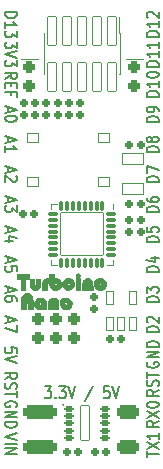
<source format=gbr>
%TF.GenerationSoftware,KiCad,Pcbnew,(6.0.4)*%
%TF.CreationDate,2022-05-03T13:29:38+02:00*%
%TF.ProjectId,nano_samc21e,6e616e6f-5f73-4616-9d63-3231652e6b69,rev?*%
%TF.SameCoordinates,Original*%
%TF.FileFunction,Legend,Top*%
%TF.FilePolarity,Positive*%
%FSLAX46Y46*%
G04 Gerber Fmt 4.6, Leading zero omitted, Abs format (unit mm)*
G04 Created by KiCad (PCBNEW (6.0.4)) date 2022-05-03 13:29:38*
%MOMM*%
%LPD*%
G01*
G04 APERTURE LIST*
G04 Aperture macros list*
%AMRoundRect*
0 Rectangle with rounded corners*
0 $1 Rounding radius*
0 $2 $3 $4 $5 $6 $7 $8 $9 X,Y pos of 4 corners*
0 Add a 4 corners polygon primitive as box body*
4,1,4,$2,$3,$4,$5,$6,$7,$8,$9,$2,$3,0*
0 Add four circle primitives for the rounded corners*
1,1,$1+$1,$2,$3*
1,1,$1+$1,$4,$5*
1,1,$1+$1,$6,$7*
1,1,$1+$1,$8,$9*
0 Add four rect primitives between the rounded corners*
20,1,$1+$1,$2,$3,$4,$5,0*
20,1,$1+$1,$4,$5,$6,$7,0*
20,1,$1+$1,$6,$7,$8,$9,0*
20,1,$1+$1,$8,$9,$2,$3,0*%
G04 Aperture macros list end*
%ADD10C,0.153000*%
%ADD11C,0.120000*%
%ADD12C,0.010000*%
%ADD13RoundRect,0.112500X-0.062500X0.337500X-0.062500X-0.337500X0.062500X-0.337500X0.062500X0.337500X0*%
%ADD14RoundRect,0.112500X-0.337500X0.062500X-0.337500X-0.062500X0.337500X-0.062500X0.337500X0.062500X0*%
%ADD15RoundRect,0.050000X-1.800000X1.800000X-1.800000X-1.800000X1.800000X-1.800000X1.800000X1.800000X0*%
%ADD16RoundRect,0.050000X-0.370000X1.200000X-0.370000X-1.200000X0.370000X-1.200000X0.370000X1.200000X0*%
%ADD17RoundRect,0.300000X0.650000X-0.325000X0.650000X0.325000X-0.650000X0.325000X-0.650000X-0.325000X0*%
%ADD18RoundRect,0.300000X1.100000X-0.325000X1.100000X0.325000X-1.100000X0.325000X-1.100000X-0.325000X0*%
%ADD19RoundRect,0.190000X0.170000X-0.140000X0.170000X0.140000X-0.170000X0.140000X-0.170000X-0.140000X0*%
%ADD20RoundRect,0.190000X0.140000X0.170000X-0.140000X0.170000X-0.140000X-0.170000X0.140000X-0.170000X0*%
%ADD21RoundRect,0.162500X-0.287500X-0.112500X0.287500X-0.112500X0.287500X0.112500X-0.287500X0.112500X0*%
%ADD22RoundRect,0.050000X-0.350000X-1.450000X0.350000X-1.450000X0.350000X1.450000X-0.350000X1.450000X0*%
%ADD23RoundRect,0.275000X-0.250000X0.225000X-0.250000X-0.225000X0.250000X-0.225000X0.250000X0.225000X0*%
%ADD24RoundRect,0.190000X-0.140000X-0.170000X0.140000X-0.170000X0.140000X0.170000X-0.140000X0.170000X0*%
%ADD25RoundRect,0.050000X-0.900000X0.500000X-0.900000X-0.500000X0.900000X-0.500000X0.900000X0.500000X0*%
%ADD26C,1.800000*%
%ADD27O,1.800000X1.800000*%
%ADD28C,1.900000*%
%ADD29RoundRect,0.050000X0.325000X-0.530000X0.325000X0.530000X-0.325000X0.530000X-0.325000X-0.530000X0*%
%ADD30RoundRect,0.268750X-0.256250X0.218750X-0.256250X-0.218750X0.256250X-0.218750X0.256250X0.218750X0*%
%ADD31RoundRect,0.190000X-0.170000X0.140000X-0.170000X-0.140000X0.170000X-0.140000X0.170000X0.140000X0*%
%ADD32C,1.448000*%
%ADD33RoundRect,0.275000X0.250000X-0.225000X0.250000X0.225000X-0.250000X0.225000X-0.250000X-0.225000X0*%
%ADD34RoundRect,0.050000X0.500000X0.375000X-0.500000X0.375000X-0.500000X-0.375000X0.500000X-0.375000X0*%
G04 APERTURE END LIST*
D10*
X21133333Y-47113580D02*
X21659523Y-47113580D01*
X21376190Y-47494533D01*
X21497619Y-47494533D01*
X21578571Y-47542152D01*
X21619047Y-47589771D01*
X21659523Y-47685009D01*
X21659523Y-47923104D01*
X21619047Y-48018342D01*
X21578571Y-48065961D01*
X21497619Y-48113580D01*
X21254761Y-48113580D01*
X21173809Y-48065961D01*
X21133333Y-48018342D01*
X22023809Y-48018342D02*
X22064285Y-48065961D01*
X22023809Y-48113580D01*
X21983333Y-48065961D01*
X22023809Y-48018342D01*
X22023809Y-48113580D01*
X22347619Y-47113580D02*
X22873809Y-47113580D01*
X22590476Y-47494533D01*
X22711904Y-47494533D01*
X22792857Y-47542152D01*
X22833333Y-47589771D01*
X22873809Y-47685009D01*
X22873809Y-47923104D01*
X22833333Y-48018342D01*
X22792857Y-48065961D01*
X22711904Y-48113580D01*
X22469047Y-48113580D01*
X22388095Y-48065961D01*
X22347619Y-48018342D01*
X23116666Y-47113580D02*
X23400000Y-48113580D01*
X23683333Y-47113580D01*
X25221428Y-47065961D02*
X24492857Y-48351676D01*
X26557142Y-47113580D02*
X26152380Y-47113580D01*
X26111904Y-47589771D01*
X26152380Y-47542152D01*
X26233333Y-47494533D01*
X26435714Y-47494533D01*
X26516666Y-47542152D01*
X26557142Y-47589771D01*
X26597619Y-47685009D01*
X26597619Y-47923104D01*
X26557142Y-48018342D01*
X26516666Y-48065961D01*
X26435714Y-48113580D01*
X26233333Y-48113580D01*
X26152380Y-48065961D01*
X26111904Y-48018342D01*
X26840476Y-47113580D02*
X27123809Y-48113580D01*
X27407142Y-47113580D01*
%TO.C,J2*%
X17731280Y-46484523D02*
X18207470Y-46201190D01*
X17731280Y-45998809D02*
X18731280Y-45998809D01*
X18731280Y-46322619D01*
X18683661Y-46403571D01*
X18636041Y-46444047D01*
X18540803Y-46484523D01*
X18397946Y-46484523D01*
X18302708Y-46444047D01*
X18255089Y-46403571D01*
X18207470Y-46322619D01*
X18207470Y-45998809D01*
X17778899Y-46808333D02*
X17731280Y-46929761D01*
X17731280Y-47132142D01*
X17778899Y-47213095D01*
X17826518Y-47253571D01*
X17921756Y-47294047D01*
X18016994Y-47294047D01*
X18112232Y-47253571D01*
X18159851Y-47213095D01*
X18207470Y-47132142D01*
X18255089Y-46970238D01*
X18302708Y-46889285D01*
X18350327Y-46848809D01*
X18445565Y-46808333D01*
X18540803Y-46808333D01*
X18636041Y-46848809D01*
X18683661Y-46889285D01*
X18731280Y-46970238D01*
X18731280Y-47172619D01*
X18683661Y-47294047D01*
X18731280Y-47536904D02*
X18731280Y-48022619D01*
X17731280Y-47779761D02*
X18731280Y-47779761D01*
X30752707Y-34877380D02*
X29752707Y-34877380D01*
X29752707Y-34675000D01*
X29800327Y-34553571D01*
X29895565Y-34472619D01*
X29990803Y-34432142D01*
X30181279Y-34391666D01*
X30324136Y-34391666D01*
X30514612Y-34432142D01*
X30609850Y-34472619D01*
X30705088Y-34553571D01*
X30752707Y-34675000D01*
X30752707Y-34877380D01*
X29752707Y-33622619D02*
X29752707Y-34027380D01*
X30228898Y-34067857D01*
X30181279Y-34027380D01*
X30133660Y-33946428D01*
X30133660Y-33744047D01*
X30181279Y-33663095D01*
X30228898Y-33622619D01*
X30324136Y-33582142D01*
X30562231Y-33582142D01*
X30657469Y-33622619D01*
X30705088Y-33663095D01*
X30752707Y-33744047D01*
X30752707Y-33946428D01*
X30705088Y-34027380D01*
X30657469Y-34067857D01*
X18033333Y-41262857D02*
X18033333Y-41667619D01*
X17747619Y-41181904D02*
X18747619Y-41465238D01*
X17747619Y-41748571D01*
X18747619Y-41950952D02*
X18747619Y-42517619D01*
X17747619Y-42153333D01*
X30752380Y-39957380D02*
X29752380Y-39957380D01*
X29752380Y-39755000D01*
X29800000Y-39633571D01*
X29895238Y-39552619D01*
X29990476Y-39512142D01*
X30180952Y-39471666D01*
X30323809Y-39471666D01*
X30514285Y-39512142D01*
X30609523Y-39552619D01*
X30704761Y-39633571D01*
X30752380Y-39755000D01*
X30752380Y-39957380D01*
X29752380Y-39188333D02*
X29752380Y-38662142D01*
X30133333Y-38945476D01*
X30133333Y-38824047D01*
X30180952Y-38743095D01*
X30228571Y-38702619D01*
X30323809Y-38662142D01*
X30561904Y-38662142D01*
X30657142Y-38702619D01*
X30704761Y-38743095D01*
X30752380Y-38824047D01*
X30752380Y-39066904D01*
X30704761Y-39147857D01*
X30657142Y-39188333D01*
X18747619Y-51099047D02*
X17747619Y-51382380D01*
X18747619Y-51665714D01*
X17747619Y-51949047D02*
X18747619Y-51949047D01*
X17747619Y-52353809D02*
X18747619Y-52353809D01*
X17747619Y-52839523D01*
X18747619Y-52839523D01*
X18731280Y-44248095D02*
X18731280Y-43843333D01*
X18255089Y-43802857D01*
X18302708Y-43843333D01*
X18350327Y-43924285D01*
X18350327Y-44126666D01*
X18302708Y-44207619D01*
X18255089Y-44248095D01*
X18159851Y-44288571D01*
X17921756Y-44288571D01*
X17826518Y-44248095D01*
X17778899Y-44207619D01*
X17731280Y-44126666D01*
X17731280Y-43924285D01*
X17778899Y-43843333D01*
X17826518Y-43802857D01*
X18731280Y-44531428D02*
X17731280Y-44814761D01*
X18731280Y-45098095D01*
X30752380Y-47415476D02*
X30276190Y-47698809D01*
X30752380Y-47901190D02*
X29752380Y-47901190D01*
X29752380Y-47577380D01*
X29800000Y-47496428D01*
X29847619Y-47455952D01*
X29942857Y-47415476D01*
X30085714Y-47415476D01*
X30180952Y-47455952D01*
X30228571Y-47496428D01*
X30276190Y-47577380D01*
X30276190Y-47901190D01*
X30704761Y-47091666D02*
X30752380Y-46970238D01*
X30752380Y-46767857D01*
X30704761Y-46686904D01*
X30657142Y-46646428D01*
X30561904Y-46605952D01*
X30466666Y-46605952D01*
X30371428Y-46646428D01*
X30323809Y-46686904D01*
X30276190Y-46767857D01*
X30228571Y-46929761D01*
X30180952Y-47010714D01*
X30133333Y-47051190D01*
X30038095Y-47091666D01*
X29942857Y-47091666D01*
X29847619Y-47051190D01*
X29800000Y-47010714D01*
X29752380Y-46929761D01*
X29752380Y-46727380D01*
X29800000Y-46605952D01*
X29752380Y-46363095D02*
X29752380Y-45877380D01*
X30752380Y-46120238D02*
X29752380Y-46120238D01*
X18033333Y-38722857D02*
X18033333Y-39127619D01*
X17747619Y-38641904D02*
X18747619Y-38925238D01*
X17747619Y-39208571D01*
X18747619Y-39856190D02*
X18747619Y-39694285D01*
X18700000Y-39613333D01*
X18652380Y-39572857D01*
X18509523Y-39491904D01*
X18319047Y-39451428D01*
X17938095Y-39451428D01*
X17842857Y-39491904D01*
X17795238Y-39532380D01*
X17747619Y-39613333D01*
X17747619Y-39775238D01*
X17795238Y-39856190D01*
X17842857Y-39896666D01*
X17938095Y-39937142D01*
X18176190Y-39937142D01*
X18271428Y-39896666D01*
X18319047Y-39856190D01*
X18366666Y-39775238D01*
X18366666Y-39613333D01*
X18319047Y-39532380D01*
X18271428Y-39491904D01*
X18176190Y-39451428D01*
X30752707Y-24717380D02*
X29752707Y-24717380D01*
X29752707Y-24515000D01*
X29800327Y-24393571D01*
X29895565Y-24312619D01*
X29990803Y-24272142D01*
X30181279Y-24231666D01*
X30324136Y-24231666D01*
X30514612Y-24272142D01*
X30609850Y-24312619D01*
X30705088Y-24393571D01*
X30752707Y-24515000D01*
X30752707Y-24717380D01*
X30752707Y-23826904D02*
X30752707Y-23665000D01*
X30705088Y-23584047D01*
X30657469Y-23543571D01*
X30514612Y-23462619D01*
X30324136Y-23422142D01*
X29943184Y-23422142D01*
X29847946Y-23462619D01*
X29800327Y-23503095D01*
X29752707Y-23584047D01*
X29752707Y-23745952D01*
X29800327Y-23826904D01*
X29847946Y-23867380D01*
X29943184Y-23907857D01*
X30181279Y-23907857D01*
X30276517Y-23867380D01*
X30324136Y-23826904D01*
X30371755Y-23745952D01*
X30371755Y-23584047D01*
X30324136Y-23503095D01*
X30276517Y-23462619D01*
X30181279Y-23422142D01*
X30752707Y-42497380D02*
X29752707Y-42497380D01*
X29752707Y-42295000D01*
X29800327Y-42173571D01*
X29895565Y-42092619D01*
X29990803Y-42052142D01*
X30181279Y-42011666D01*
X30324136Y-42011666D01*
X30514612Y-42052142D01*
X30609850Y-42092619D01*
X30705088Y-42173571D01*
X30752707Y-42295000D01*
X30752707Y-42497380D01*
X29847946Y-41687857D02*
X29800327Y-41647380D01*
X29752707Y-41566428D01*
X29752707Y-41364047D01*
X29800327Y-41283095D01*
X29847946Y-41242619D01*
X29943184Y-41202142D01*
X30038422Y-41202142D01*
X30181279Y-41242619D01*
X30752707Y-41728333D01*
X30752707Y-41202142D01*
X30752707Y-50036428D02*
X30276517Y-50319761D01*
X30752707Y-50522142D02*
X29752707Y-50522142D01*
X29752707Y-50198333D01*
X29800327Y-50117380D01*
X29847946Y-50076904D01*
X29943184Y-50036428D01*
X30086041Y-50036428D01*
X30181279Y-50076904D01*
X30228898Y-50117380D01*
X30276517Y-50198333D01*
X30276517Y-50522142D01*
X29752707Y-49753095D02*
X30752707Y-49186428D01*
X29752707Y-49186428D02*
X30752707Y-49753095D01*
X29752707Y-48700714D02*
X29752707Y-48619761D01*
X29800327Y-48538809D01*
X29847946Y-48498333D01*
X29943184Y-48457857D01*
X30133660Y-48417380D01*
X30371755Y-48417380D01*
X30562231Y-48457857D01*
X30657469Y-48498333D01*
X30705088Y-48538809D01*
X30752707Y-48619761D01*
X30752707Y-48700714D01*
X30705088Y-48781666D01*
X30657469Y-48822142D01*
X30562231Y-48862619D01*
X30371755Y-48903095D01*
X30133660Y-48903095D01*
X29943184Y-48862619D01*
X29847946Y-48822142D01*
X29800327Y-48781666D01*
X29752707Y-48700714D01*
X30752380Y-37417380D02*
X29752380Y-37417380D01*
X29752380Y-37215000D01*
X29800000Y-37093571D01*
X29895238Y-37012619D01*
X29990476Y-36972142D01*
X30180952Y-36931666D01*
X30323809Y-36931666D01*
X30514285Y-36972142D01*
X30609523Y-37012619D01*
X30704761Y-37093571D01*
X30752380Y-37215000D01*
X30752380Y-37417380D01*
X30085714Y-36203095D02*
X30752380Y-36203095D01*
X29704761Y-36405476D02*
X30419047Y-36607857D01*
X30419047Y-36081666D01*
X18033333Y-33642857D02*
X18033333Y-34047619D01*
X17747619Y-33561904D02*
X18747619Y-33845238D01*
X17747619Y-34128571D01*
X18414285Y-34776190D02*
X17747619Y-34776190D01*
X18795238Y-34573809D02*
X18080952Y-34371428D01*
X18080952Y-34897619D01*
X18033333Y-26022857D02*
X18033333Y-26427619D01*
X17747619Y-25941904D02*
X18747619Y-26225238D01*
X17747619Y-26508571D01*
X17747619Y-27237142D02*
X17747619Y-26751428D01*
X17747619Y-26994285D02*
X18747619Y-26994285D01*
X18604761Y-26913333D01*
X18509523Y-26832380D01*
X18461904Y-26751428D01*
X30752707Y-32337380D02*
X29752707Y-32337380D01*
X29752707Y-32135000D01*
X29800327Y-32013571D01*
X29895565Y-31932619D01*
X29990803Y-31892142D01*
X30181279Y-31851666D01*
X30324136Y-31851666D01*
X30514612Y-31892142D01*
X30609850Y-31932619D01*
X30705088Y-32013571D01*
X30752707Y-32135000D01*
X30752707Y-32337380D01*
X29752707Y-31123095D02*
X29752707Y-31285000D01*
X29800327Y-31365952D01*
X29847946Y-31406428D01*
X29990803Y-31487380D01*
X30181279Y-31527857D01*
X30562231Y-31527857D01*
X30657469Y-31487380D01*
X30705088Y-31446904D01*
X30752707Y-31365952D01*
X30752707Y-31204047D01*
X30705088Y-31123095D01*
X30657469Y-31082619D01*
X30562231Y-31042142D01*
X30324136Y-31042142D01*
X30228898Y-31082619D01*
X30181279Y-31123095D01*
X30133660Y-31204047D01*
X30133660Y-31365952D01*
X30181279Y-31446904D01*
X30228898Y-31487380D01*
X30324136Y-31527857D01*
X18033333Y-28562857D02*
X18033333Y-28967619D01*
X17747619Y-28481904D02*
X18747619Y-28765238D01*
X17747619Y-29048571D01*
X18652380Y-29291428D02*
X18700000Y-29331904D01*
X18747619Y-29412857D01*
X18747619Y-29615238D01*
X18700000Y-29696190D01*
X18652380Y-29736666D01*
X18557142Y-29777142D01*
X18461904Y-29777142D01*
X18319047Y-29736666D01*
X17747619Y-29250952D01*
X17747619Y-29777142D01*
X17747619Y-21064285D02*
X18223809Y-20780952D01*
X17747619Y-20578571D02*
X18747619Y-20578571D01*
X18747619Y-20902380D01*
X18700000Y-20983333D01*
X18652380Y-21023809D01*
X18557142Y-21064285D01*
X18414285Y-21064285D01*
X18319047Y-21023809D01*
X18271428Y-20983333D01*
X18223809Y-20902380D01*
X18223809Y-20578571D01*
X18271428Y-21428571D02*
X18271428Y-21711904D01*
X17747619Y-21833333D02*
X17747619Y-21428571D01*
X18747619Y-21428571D01*
X18747619Y-21833333D01*
X18271428Y-22480952D02*
X18271428Y-22197619D01*
X17747619Y-22197619D02*
X18747619Y-22197619D01*
X18747619Y-22602380D01*
X18033333Y-31102857D02*
X18033333Y-31507619D01*
X17747619Y-31021904D02*
X18747619Y-31305238D01*
X17747619Y-31588571D01*
X18747619Y-31790952D02*
X18747619Y-32317142D01*
X18366666Y-32033809D01*
X18366666Y-32155238D01*
X18319047Y-32236190D01*
X18271428Y-32276666D01*
X18176190Y-32317142D01*
X17938095Y-32317142D01*
X17842857Y-32276666D01*
X17795238Y-32236190D01*
X17747619Y-32155238D01*
X17747619Y-31912380D01*
X17795238Y-31831428D01*
X17842857Y-31790952D01*
X18699999Y-48842380D02*
X18747618Y-48761428D01*
X18747618Y-48640000D01*
X18699999Y-48518571D01*
X18604760Y-48437619D01*
X18509522Y-48397142D01*
X18319046Y-48356666D01*
X18176189Y-48356666D01*
X17985713Y-48397142D01*
X17890475Y-48437619D01*
X17795237Y-48518571D01*
X17747618Y-48640000D01*
X17747618Y-48720952D01*
X17795237Y-48842380D01*
X17842856Y-48882857D01*
X18176189Y-48882857D01*
X18176189Y-48720952D01*
X17747618Y-49247142D02*
X18747618Y-49247142D01*
X17747618Y-49732857D01*
X18747618Y-49732857D01*
X17747618Y-50137619D02*
X18747618Y-50137619D01*
X18747618Y-50340000D01*
X18699999Y-50461428D01*
X18604760Y-50542380D01*
X18509522Y-50582857D01*
X18319046Y-50623333D01*
X18176189Y-50623333D01*
X17985713Y-50582857D01*
X17890475Y-50542380D01*
X17795237Y-50461428D01*
X17747618Y-50340000D01*
X17747618Y-50137619D01*
X18747619Y-17957619D02*
X18747619Y-18483809D01*
X18366666Y-18200476D01*
X18366666Y-18321904D01*
X18319047Y-18402857D01*
X18271428Y-18443333D01*
X18176190Y-18483809D01*
X17938095Y-18483809D01*
X17842857Y-18443333D01*
X17795238Y-18402857D01*
X17747619Y-18321904D01*
X17747619Y-18079047D01*
X17795238Y-17998095D01*
X17842857Y-17957619D01*
X18747619Y-18726666D02*
X17747619Y-19010000D01*
X18747619Y-19293333D01*
X18747619Y-19495714D02*
X18747619Y-20021904D01*
X18366666Y-19738571D01*
X18366666Y-19860000D01*
X18319047Y-19940952D01*
X18271428Y-19981428D01*
X18176190Y-20021904D01*
X17938095Y-20021904D01*
X17842857Y-19981428D01*
X17795238Y-19940952D01*
X17747619Y-19860000D01*
X17747619Y-19617142D01*
X17795238Y-19536190D01*
X17842857Y-19495714D01*
X30752707Y-17502142D02*
X29752707Y-17502142D01*
X29752707Y-17299761D01*
X29800327Y-17178333D01*
X29895565Y-17097380D01*
X29990803Y-17056904D01*
X30181279Y-17016428D01*
X30324136Y-17016428D01*
X30514612Y-17056904D01*
X30609850Y-17097380D01*
X30705088Y-17178333D01*
X30752707Y-17299761D01*
X30752707Y-17502142D01*
X30752707Y-16206904D02*
X30752707Y-16692619D01*
X30752707Y-16449761D02*
X29752707Y-16449761D01*
X29895565Y-16530714D01*
X29990803Y-16611666D01*
X30038422Y-16692619D01*
X29847946Y-15883095D02*
X29800327Y-15842619D01*
X29752707Y-15761666D01*
X29752707Y-15559285D01*
X29800327Y-15478333D01*
X29847946Y-15437857D01*
X29943184Y-15397380D01*
X30038422Y-15397380D01*
X30181279Y-15437857D01*
X30752707Y-15923571D01*
X30752707Y-15397380D01*
X30752707Y-29797380D02*
X29752707Y-29797380D01*
X29752707Y-29595000D01*
X29800327Y-29473571D01*
X29895565Y-29392619D01*
X29990803Y-29352142D01*
X30181279Y-29311666D01*
X30324136Y-29311666D01*
X30514612Y-29352142D01*
X30609850Y-29392619D01*
X30705088Y-29473571D01*
X30752707Y-29595000D01*
X30752707Y-29797380D01*
X29752707Y-29028333D02*
X29752707Y-28461666D01*
X30752707Y-28825952D01*
X18033333Y-36182857D02*
X18033333Y-36587619D01*
X17747619Y-36101904D02*
X18747619Y-36385238D01*
X17747619Y-36668571D01*
X18747619Y-37356666D02*
X18747619Y-36951904D01*
X18271428Y-36911428D01*
X18319047Y-36951904D01*
X18366666Y-37032857D01*
X18366666Y-37235238D01*
X18319047Y-37316190D01*
X18271428Y-37356666D01*
X18176190Y-37397142D01*
X17938095Y-37397142D01*
X17842857Y-37356666D01*
X17795238Y-37316190D01*
X17747619Y-37235238D01*
X17747619Y-37032857D01*
X17795238Y-36951904D01*
X17842857Y-36911428D01*
X29752707Y-53082380D02*
X29752707Y-52596666D01*
X30752707Y-52839523D02*
X29752707Y-52839523D01*
X29752707Y-52394285D02*
X30752707Y-51827619D01*
X29752707Y-51827619D02*
X30752707Y-52394285D01*
X30752707Y-51058571D02*
X30752707Y-51544285D01*
X30752707Y-51301428D02*
X29752707Y-51301428D01*
X29895565Y-51382380D01*
X29990803Y-51463333D01*
X30038422Y-51544285D01*
X30752707Y-22582142D02*
X29752707Y-22582142D01*
X29752707Y-22379761D01*
X29800327Y-22258333D01*
X29895565Y-22177380D01*
X29990803Y-22136904D01*
X30181279Y-22096428D01*
X30324136Y-22096428D01*
X30514612Y-22136904D01*
X30609850Y-22177380D01*
X30705088Y-22258333D01*
X30752707Y-22379761D01*
X30752707Y-22582142D01*
X30752707Y-21286904D02*
X30752707Y-21772619D01*
X30752707Y-21529761D02*
X29752707Y-21529761D01*
X29895565Y-21610714D01*
X29990803Y-21691666D01*
X30038422Y-21772619D01*
X29752707Y-20760714D02*
X29752707Y-20679761D01*
X29800327Y-20598809D01*
X29847946Y-20558333D01*
X29943184Y-20517857D01*
X30133660Y-20477380D01*
X30371755Y-20477380D01*
X30562231Y-20517857D01*
X30657469Y-20558333D01*
X30705088Y-20598809D01*
X30752707Y-20679761D01*
X30752707Y-20760714D01*
X30705088Y-20841666D01*
X30657469Y-20882142D01*
X30562231Y-20922619D01*
X30371755Y-20963095D01*
X30133660Y-20963095D01*
X29943184Y-20922619D01*
X29847946Y-20882142D01*
X29800327Y-20841666D01*
X29752707Y-20760714D01*
X30752707Y-27257380D02*
X29752707Y-27257380D01*
X29752707Y-27055000D01*
X29800327Y-26933571D01*
X29895565Y-26852619D01*
X29990803Y-26812142D01*
X30181279Y-26771666D01*
X30324136Y-26771666D01*
X30514612Y-26812142D01*
X30609850Y-26852619D01*
X30705088Y-26933571D01*
X30752707Y-27055000D01*
X30752707Y-27257380D01*
X30181279Y-26285952D02*
X30133660Y-26366904D01*
X30086041Y-26407380D01*
X29990803Y-26447857D01*
X29943184Y-26447857D01*
X29847946Y-26407380D01*
X29800327Y-26366904D01*
X29752707Y-26285952D01*
X29752707Y-26124047D01*
X29800327Y-26043095D01*
X29847946Y-26002619D01*
X29943184Y-25962142D01*
X29990803Y-25962142D01*
X30086041Y-26002619D01*
X30133660Y-26043095D01*
X30181279Y-26124047D01*
X30181279Y-26285952D01*
X30228898Y-26366904D01*
X30276517Y-26407380D01*
X30371755Y-26447857D01*
X30562231Y-26447857D01*
X30657469Y-26407380D01*
X30705088Y-26366904D01*
X30752707Y-26285952D01*
X30752707Y-26124047D01*
X30705088Y-26043095D01*
X30657469Y-26002619D01*
X30562231Y-25962142D01*
X30371755Y-25962142D01*
X30276517Y-26002619D01*
X30228898Y-26043095D01*
X30181279Y-26124047D01*
X17747619Y-15437857D02*
X18747619Y-15437857D01*
X18747619Y-15640238D01*
X18700000Y-15761666D01*
X18604761Y-15842619D01*
X18509523Y-15883095D01*
X18319047Y-15923571D01*
X18176190Y-15923571D01*
X17985714Y-15883095D01*
X17890476Y-15842619D01*
X17795238Y-15761666D01*
X17747619Y-15640238D01*
X17747619Y-15437857D01*
X17747619Y-16733095D02*
X17747619Y-16247380D01*
X17747619Y-16490238D02*
X18747619Y-16490238D01*
X18604761Y-16409285D01*
X18509523Y-16328333D01*
X18461904Y-16247380D01*
X18747619Y-17016428D02*
X18747619Y-17542619D01*
X18366666Y-17259285D01*
X18366666Y-17380714D01*
X18319047Y-17461666D01*
X18271428Y-17502142D01*
X18176190Y-17542619D01*
X17938095Y-17542619D01*
X17842857Y-17502142D01*
X17795238Y-17461666D01*
X17747619Y-17380714D01*
X17747619Y-17137857D01*
X17795238Y-17056904D01*
X17842857Y-17016428D01*
X29800000Y-45057619D02*
X29752380Y-45138571D01*
X29752380Y-45260000D01*
X29800000Y-45381428D01*
X29895238Y-45462380D01*
X29990476Y-45502857D01*
X30180952Y-45543333D01*
X30323809Y-45543333D01*
X30514285Y-45502857D01*
X30609523Y-45462380D01*
X30704761Y-45381428D01*
X30752380Y-45260000D01*
X30752380Y-45179047D01*
X30704761Y-45057619D01*
X30657142Y-45017142D01*
X30323809Y-45017142D01*
X30323809Y-45179047D01*
X30752380Y-44652857D02*
X29752380Y-44652857D01*
X30752380Y-44167142D01*
X29752380Y-44167142D01*
X30752380Y-43762380D02*
X29752380Y-43762380D01*
X29752380Y-43560000D01*
X29800000Y-43438571D01*
X29895238Y-43357619D01*
X29990476Y-43317142D01*
X30180952Y-43276666D01*
X30323809Y-43276666D01*
X30514285Y-43317142D01*
X30609523Y-43357619D01*
X30704761Y-43438571D01*
X30752380Y-43560000D01*
X30752380Y-43762380D01*
X18033333Y-23482857D02*
X18033333Y-23887619D01*
X17747619Y-23401904D02*
X18747619Y-23685238D01*
X17747619Y-23968571D01*
X18747619Y-24413809D02*
X18747619Y-24494761D01*
X18700000Y-24575714D01*
X18652380Y-24616190D01*
X18557142Y-24656666D01*
X18366666Y-24697142D01*
X18128571Y-24697142D01*
X17938095Y-24656666D01*
X17842857Y-24616190D01*
X17795238Y-24575714D01*
X17747619Y-24494761D01*
X17747619Y-24413809D01*
X17795238Y-24332857D01*
X17842857Y-24292380D01*
X17938095Y-24251904D01*
X18128571Y-24211428D01*
X18366666Y-24211428D01*
X18557142Y-24251904D01*
X18652380Y-24292380D01*
X18700000Y-24332857D01*
X18747619Y-24413809D01*
X30752707Y-20042142D02*
X29752707Y-20042142D01*
X29752707Y-19839761D01*
X29800327Y-19718333D01*
X29895565Y-19637380D01*
X29990803Y-19596904D01*
X30181279Y-19556428D01*
X30324136Y-19556428D01*
X30514612Y-19596904D01*
X30609850Y-19637380D01*
X30705088Y-19718333D01*
X30752707Y-19839761D01*
X30752707Y-20042142D01*
X30752707Y-18746904D02*
X30752707Y-19232619D01*
X30752707Y-18989761D02*
X29752707Y-18989761D01*
X29895565Y-19070714D01*
X29990803Y-19151666D01*
X30038422Y-19232619D01*
X30752707Y-17937380D02*
X30752707Y-18423095D01*
X30752707Y-18180238D02*
X29752707Y-18180238D01*
X29895565Y-18261190D01*
X29990803Y-18342142D01*
X30038422Y-18423095D01*
D11*
%TO.C,U1*%
X21640000Y-32115000D02*
X21640000Y-31640000D01*
X21640000Y-36860000D02*
X22115000Y-36860000D01*
X26860000Y-36385000D02*
X26860000Y-36860000D01*
X26860000Y-36860000D02*
X26385000Y-36860000D01*
X21640000Y-31640000D02*
X22115000Y-31640000D01*
X21640000Y-36385000D02*
X21640000Y-36860000D01*
X26860000Y-32115000D02*
X26860000Y-31640000D01*
%TO.C,J1*%
X21080000Y-17170000D02*
X21015000Y-17170000D01*
X21080000Y-20700000D02*
X21015000Y-20700000D01*
X21015000Y-17170000D02*
X21015000Y-20700000D01*
X27485000Y-17170000D02*
X27485000Y-20700000D01*
X27485000Y-17170000D02*
X27420000Y-17170000D01*
X27420000Y-15845000D02*
X27420000Y-17170000D01*
X27485000Y-20700000D02*
X27420000Y-20700000D01*
%TO.C,U3*%
X22745711Y-48650000D02*
G75*
G03*
X22745711Y-48650000I-70711J0D01*
G01*
%TO.C,FID4*%
G36*
X22403206Y-39977163D02*
G01*
X22446740Y-39858214D01*
X22521864Y-39752106D01*
X22628577Y-39665674D01*
X22659386Y-39648360D01*
X22795920Y-39598789D01*
X22933295Y-39587757D01*
X23064860Y-39613102D01*
X23183964Y-39672663D01*
X23283955Y-39764280D01*
X23352701Y-39873624D01*
X23395297Y-40008140D01*
X23400113Y-40138230D01*
X23371706Y-40259614D01*
X23314628Y-40368011D01*
X23233434Y-40459141D01*
X23132678Y-40528723D01*
X23016915Y-40572479D01*
X22890699Y-40586127D01*
X22758584Y-40565387D01*
X22659386Y-40525221D01*
X22544970Y-40444624D01*
X22462145Y-40342683D01*
X22410909Y-40226235D01*
X22392421Y-40109427D01*
X22772771Y-40109427D01*
X22808689Y-40167298D01*
X22823865Y-40180504D01*
X22878584Y-40216009D01*
X22921109Y-40219071D01*
X22966360Y-40189760D01*
X22975769Y-40181216D01*
X23014801Y-40123811D01*
X23020555Y-40064939D01*
X22999657Y-40012849D01*
X22958734Y-39975789D01*
X22904411Y-39962007D01*
X22843314Y-39979752D01*
X22824336Y-39992706D01*
X22777992Y-40049209D01*
X22772771Y-40109427D01*
X22392421Y-40109427D01*
X22391263Y-40102116D01*
X22403206Y-39977163D01*
G37*
D12*
X22403206Y-39977163D02*
X22446740Y-39858214D01*
X22521864Y-39752106D01*
X22628577Y-39665674D01*
X22659386Y-39648360D01*
X22795920Y-39598789D01*
X22933295Y-39587757D01*
X23064860Y-39613102D01*
X23183964Y-39672663D01*
X23283955Y-39764280D01*
X23352701Y-39873624D01*
X23395297Y-40008140D01*
X23400113Y-40138230D01*
X23371706Y-40259614D01*
X23314628Y-40368011D01*
X23233434Y-40459141D01*
X23132678Y-40528723D01*
X23016915Y-40572479D01*
X22890699Y-40586127D01*
X22758584Y-40565387D01*
X22659386Y-40525221D01*
X22544970Y-40444624D01*
X22462145Y-40342683D01*
X22410909Y-40226235D01*
X22392421Y-40109427D01*
X22772771Y-40109427D01*
X22808689Y-40167298D01*
X22823865Y-40180504D01*
X22878584Y-40216009D01*
X22921109Y-40219071D01*
X22966360Y-40189760D01*
X22975769Y-40181216D01*
X23014801Y-40123811D01*
X23020555Y-40064939D01*
X22999657Y-40012849D01*
X22958734Y-39975789D01*
X22904411Y-39962007D01*
X22843314Y-39979752D01*
X22824336Y-39992706D01*
X22777992Y-40049209D01*
X22772771Y-40109427D01*
X22392421Y-40109427D01*
X22391263Y-40102116D01*
X22403206Y-39977163D01*
G36*
X25317674Y-38255758D02*
G01*
X25380307Y-38141125D01*
X25480239Y-38045501D01*
X25521607Y-38017738D01*
X25650422Y-37960681D01*
X25783187Y-37941720D01*
X25913403Y-37957924D01*
X26034573Y-38006364D01*
X26140198Y-38084111D01*
X26223781Y-38188237D01*
X26278822Y-38315812D01*
X26289889Y-38364058D01*
X26292406Y-38489587D01*
X26259375Y-38616191D01*
X26195996Y-38733475D01*
X26107473Y-38831042D01*
X26029723Y-38883970D01*
X25924513Y-38920314D01*
X25800831Y-38933937D01*
X25676159Y-38924467D01*
X25572677Y-38893717D01*
X25484674Y-38837529D01*
X25401346Y-38756822D01*
X25335873Y-38665949D01*
X25308316Y-38605797D01*
X25295329Y-38539864D01*
X25289584Y-38453542D01*
X25289845Y-38440927D01*
X25667927Y-38440927D01*
X25683829Y-38510199D01*
X25724692Y-38553060D01*
X25780257Y-38566585D01*
X25840261Y-38547844D01*
X25887649Y-38503612D01*
X25915732Y-38460037D01*
X25918231Y-38426994D01*
X25899666Y-38387195D01*
X25853505Y-38338541D01*
X25795570Y-38320916D01*
X25737610Y-38331595D01*
X25691378Y-38367853D01*
X25668626Y-38426967D01*
X25667927Y-38440927D01*
X25289845Y-38440927D01*
X25290862Y-38391799D01*
X25317674Y-38255758D01*
G37*
X25317674Y-38255758D02*
X25380307Y-38141125D01*
X25480239Y-38045501D01*
X25521607Y-38017738D01*
X25650422Y-37960681D01*
X25783187Y-37941720D01*
X25913403Y-37957924D01*
X26034573Y-38006364D01*
X26140198Y-38084111D01*
X26223781Y-38188237D01*
X26278822Y-38315812D01*
X26289889Y-38364058D01*
X26292406Y-38489587D01*
X26259375Y-38616191D01*
X26195996Y-38733475D01*
X26107473Y-38831042D01*
X26029723Y-38883970D01*
X25924513Y-38920314D01*
X25800831Y-38933937D01*
X25676159Y-38924467D01*
X25572677Y-38893717D01*
X25484674Y-38837529D01*
X25401346Y-38756822D01*
X25335873Y-38665949D01*
X25308316Y-38605797D01*
X25295329Y-38539864D01*
X25289584Y-38453542D01*
X25289845Y-38440927D01*
X25667927Y-38440927D01*
X25683829Y-38510199D01*
X25724692Y-38553060D01*
X25780257Y-38566585D01*
X25840261Y-38547844D01*
X25887649Y-38503612D01*
X25915732Y-38460037D01*
X25918231Y-38426994D01*
X25899666Y-38387195D01*
X25853505Y-38338541D01*
X25795570Y-38320916D01*
X25737610Y-38331595D01*
X25691378Y-38367853D01*
X25668626Y-38426967D01*
X25667927Y-38440927D01*
X25289845Y-38440927D01*
X25290862Y-38391799D01*
X25317674Y-38255758D01*
G36*
X21430132Y-38147435D02*
G01*
X21432473Y-38239721D01*
X21431617Y-38297178D01*
X21426128Y-38327273D01*
X21414570Y-38337476D01*
X21395506Y-38335252D01*
X21394074Y-38334882D01*
X21343288Y-38337719D01*
X21313869Y-38351612D01*
X21297885Y-38368650D01*
X21286543Y-38397347D01*
X21278774Y-38444951D01*
X21273506Y-38518711D01*
X21269670Y-38625873D01*
X21268870Y-38656289D01*
X21261896Y-38933207D01*
X20905427Y-38933207D01*
X20905427Y-38590640D01*
X20905957Y-38459101D01*
X20908094Y-38361931D01*
X20912659Y-38291174D01*
X20920472Y-38238873D01*
X20932354Y-38197072D01*
X20949126Y-38157814D01*
X20950325Y-38155327D01*
X21019036Y-38054756D01*
X21111929Y-37988329D01*
X21230394Y-37955216D01*
X21292434Y-37950963D01*
X21424011Y-37948957D01*
X21430132Y-38147435D01*
G37*
X21430132Y-38147435D02*
X21432473Y-38239721D01*
X21431617Y-38297178D01*
X21426128Y-38327273D01*
X21414570Y-38337476D01*
X21395506Y-38335252D01*
X21394074Y-38334882D01*
X21343288Y-38337719D01*
X21313869Y-38351612D01*
X21297885Y-38368650D01*
X21286543Y-38397347D01*
X21278774Y-38444951D01*
X21273506Y-38518711D01*
X21269670Y-38625873D01*
X21268870Y-38656289D01*
X21261896Y-38933207D01*
X20905427Y-38933207D01*
X20905427Y-38590640D01*
X20905957Y-38459101D01*
X20908094Y-38361931D01*
X20912659Y-38291174D01*
X20920472Y-38238873D01*
X20932354Y-38197072D01*
X20949126Y-38157814D01*
X20950325Y-38155327D01*
X21019036Y-38054756D01*
X21111929Y-37988329D01*
X21230394Y-37955216D01*
X21292434Y-37950963D01*
X21424011Y-37948957D01*
X21430132Y-38147435D01*
G36*
X24876763Y-37965739D02*
G01*
X24981265Y-38023119D01*
X25066730Y-38111363D01*
X25101535Y-38169941D01*
X25120002Y-38212037D01*
X25133387Y-38256679D01*
X25142744Y-38312095D01*
X25149127Y-38386516D01*
X25153590Y-38488171D01*
X25156609Y-38599832D01*
X25164363Y-38933207D01*
X24780089Y-38933207D01*
X24774217Y-38631582D01*
X24771649Y-38513160D01*
X24768583Y-38430451D01*
X24763883Y-38376839D01*
X24756414Y-38345710D01*
X24745041Y-38330448D01*
X24728627Y-38324438D01*
X24721309Y-38323271D01*
X24702871Y-38321978D01*
X24689866Y-38328429D01*
X24681165Y-38348936D01*
X24675641Y-38389810D01*
X24672167Y-38457363D01*
X24669617Y-38557908D01*
X24668392Y-38619604D01*
X24662511Y-38922624D01*
X24477302Y-38928740D01*
X24292094Y-38934855D01*
X24292094Y-38624279D01*
X24293890Y-38471098D01*
X24300418Y-38352807D01*
X24313384Y-38262072D01*
X24334495Y-38191556D01*
X24365458Y-38133926D01*
X24407980Y-38081845D01*
X24421584Y-38067864D01*
X24525633Y-37990286D01*
X24641286Y-37948173D01*
X24760883Y-37940374D01*
X24876763Y-37965739D01*
G37*
X24876763Y-37965739D02*
X24981265Y-38023119D01*
X25066730Y-38111363D01*
X25101535Y-38169941D01*
X25120002Y-38212037D01*
X25133387Y-38256679D01*
X25142744Y-38312095D01*
X25149127Y-38386516D01*
X25153590Y-38488171D01*
X25156609Y-38599832D01*
X25164363Y-38933207D01*
X24780089Y-38933207D01*
X24774217Y-38631582D01*
X24771649Y-38513160D01*
X24768583Y-38430451D01*
X24763883Y-38376839D01*
X24756414Y-38345710D01*
X24745041Y-38330448D01*
X24728627Y-38324438D01*
X24721309Y-38323271D01*
X24702871Y-38321978D01*
X24689866Y-38328429D01*
X24681165Y-38348936D01*
X24675641Y-38389810D01*
X24672167Y-38457363D01*
X24669617Y-38557908D01*
X24668392Y-38619604D01*
X24662511Y-38922624D01*
X24477302Y-38928740D01*
X24292094Y-38934855D01*
X24292094Y-38624279D01*
X24293890Y-38471098D01*
X24300418Y-38352807D01*
X24313384Y-38262072D01*
X24334495Y-38191556D01*
X24365458Y-38133926D01*
X24407980Y-38081845D01*
X24421584Y-38067864D01*
X24525633Y-37990286D01*
X24641286Y-37948173D01*
X24760883Y-37940374D01*
X24876763Y-37965739D01*
G36*
X19762427Y-38001874D02*
G01*
X19466094Y-38001874D01*
X19466094Y-38933207D01*
X19063927Y-38933207D01*
X19063927Y-38001874D01*
X18767594Y-38001874D01*
X18767594Y-37620874D01*
X19762427Y-37620874D01*
X19762427Y-38001874D01*
G37*
X19762427Y-38001874D02*
X19466094Y-38001874D01*
X19466094Y-38933207D01*
X19063927Y-38933207D01*
X19063927Y-38001874D01*
X18767594Y-38001874D01*
X18767594Y-37620874D01*
X19762427Y-37620874D01*
X19762427Y-38001874D01*
G36*
X23983747Y-37555157D02*
G01*
X24046343Y-37603735D01*
X24089424Y-37669536D01*
X24101594Y-37726041D01*
X24084110Y-37803043D01*
X24037956Y-37858519D01*
X23972573Y-37889370D01*
X23897407Y-37892490D01*
X23821900Y-37864780D01*
X23779989Y-37831692D01*
X23738596Y-37783388D01*
X23724685Y-37741303D01*
X23728678Y-37699401D01*
X23761237Y-37624641D01*
X23820020Y-37567140D01*
X23892590Y-37537857D01*
X23913902Y-37536207D01*
X23983747Y-37555157D01*
G37*
X23983747Y-37555157D02*
X24046343Y-37603735D01*
X24089424Y-37669536D01*
X24101594Y-37726041D01*
X24084110Y-37803043D01*
X24037956Y-37858519D01*
X23972573Y-37889370D01*
X23897407Y-37892490D01*
X23821900Y-37864780D01*
X23779989Y-37831692D01*
X23738596Y-37783388D01*
X23724685Y-37741303D01*
X23728678Y-37699401D01*
X23761237Y-37624641D01*
X23820020Y-37567140D01*
X23892590Y-37537857D01*
X23913902Y-37536207D01*
X23983747Y-37555157D01*
G36*
X20844056Y-39600610D02*
G01*
X20962863Y-39645636D01*
X21065753Y-39720068D01*
X21145482Y-39822787D01*
X21165274Y-39862245D01*
X21183461Y-39913054D01*
X21196939Y-39976469D01*
X21206801Y-40060754D01*
X21214141Y-40174172D01*
X21217769Y-40259120D01*
X21229145Y-40563041D01*
X20841927Y-40563041D01*
X20841927Y-40328816D01*
X20838501Y-40192535D01*
X20827062Y-40093402D01*
X20805866Y-40026702D01*
X20773172Y-39987716D01*
X20727236Y-39971727D01*
X20709636Y-39970698D01*
X20661330Y-39987985D01*
X20616374Y-40030080D01*
X20589974Y-40081152D01*
X20587927Y-40097374D01*
X20606629Y-40156840D01*
X20653697Y-40199888D01*
X20715578Y-40215994D01*
X20737473Y-40213488D01*
X20799594Y-40199844D01*
X20799594Y-40584207D01*
X20688469Y-40583742D01*
X20603211Y-40575482D01*
X20519662Y-40555158D01*
X20492677Y-40544717D01*
X20376965Y-40470812D01*
X20290181Y-40372109D01*
X20233560Y-40255828D01*
X20208337Y-40129190D01*
X20215748Y-39999417D01*
X20257026Y-39873729D01*
X20333409Y-39759347D01*
X20354508Y-39736955D01*
X20464556Y-39653163D01*
X20587659Y-39603254D01*
X20716573Y-39586110D01*
X20844056Y-39600610D01*
G37*
X20844056Y-39600610D02*
X20962863Y-39645636D01*
X21065753Y-39720068D01*
X21145482Y-39822787D01*
X21165274Y-39862245D01*
X21183461Y-39913054D01*
X21196939Y-39976469D01*
X21206801Y-40060754D01*
X21214141Y-40174172D01*
X21217769Y-40259120D01*
X21229145Y-40563041D01*
X20841927Y-40563041D01*
X20841927Y-40328816D01*
X20838501Y-40192535D01*
X20827062Y-40093402D01*
X20805866Y-40026702D01*
X20773172Y-39987716D01*
X20727236Y-39971727D01*
X20709636Y-39970698D01*
X20661330Y-39987985D01*
X20616374Y-40030080D01*
X20589974Y-40081152D01*
X20587927Y-40097374D01*
X20606629Y-40156840D01*
X20653697Y-40199888D01*
X20715578Y-40215994D01*
X20737473Y-40213488D01*
X20799594Y-40199844D01*
X20799594Y-40584207D01*
X20688469Y-40583742D01*
X20603211Y-40575482D01*
X20519662Y-40555158D01*
X20492677Y-40544717D01*
X20376965Y-40470812D01*
X20290181Y-40372109D01*
X20233560Y-40255828D01*
X20208337Y-40129190D01*
X20215748Y-39999417D01*
X20257026Y-39873729D01*
X20333409Y-39759347D01*
X20354508Y-39736955D01*
X20464556Y-39653163D01*
X20587659Y-39603254D01*
X20716573Y-39586110D01*
X20844056Y-39600610D01*
G36*
X24101594Y-38933207D02*
G01*
X23720594Y-38933207D01*
X23720594Y-37959541D01*
X24101594Y-37959541D01*
X24101594Y-38933207D01*
G37*
X24101594Y-38933207D02*
X23720594Y-38933207D01*
X23720594Y-37959541D01*
X24101594Y-37959541D01*
X24101594Y-38933207D01*
G36*
X22650518Y-38198860D02*
G01*
X22725054Y-38100348D01*
X22820969Y-38022275D01*
X22933090Y-37968556D01*
X23056247Y-37943106D01*
X23185269Y-37949839D01*
X23314984Y-37992671D01*
X23353038Y-38013015D01*
X23465397Y-38101146D01*
X23542830Y-38213028D01*
X23584918Y-38347893D01*
X23593129Y-38454824D01*
X23572356Y-38588925D01*
X23514971Y-38711950D01*
X23426610Y-38815545D01*
X23312905Y-38891355D01*
X23292649Y-38900384D01*
X23189886Y-38926775D01*
X23070009Y-38932893D01*
X22951674Y-38919253D01*
X22857575Y-38888409D01*
X22746853Y-38810682D01*
X22660611Y-38702018D01*
X22606888Y-38577885D01*
X22586263Y-38441544D01*
X22589404Y-38416895D01*
X22963858Y-38416895D01*
X22965590Y-38459721D01*
X22997962Y-38511825D01*
X23002463Y-38517603D01*
X23058646Y-38563485D01*
X23119621Y-38568845D01*
X23173885Y-38538343D01*
X23205358Y-38484854D01*
X23209744Y-38418927D01*
X23186453Y-38360692D01*
X23179332Y-38352636D01*
X23123961Y-38323182D01*
X23059466Y-38323411D01*
X23004050Y-38351987D01*
X22991544Y-38366417D01*
X22963858Y-38416895D01*
X22589404Y-38416895D01*
X22602530Y-38313897D01*
X22650518Y-38198860D01*
G37*
X22650518Y-38198860D02*
X22725054Y-38100348D01*
X22820969Y-38022275D01*
X22933090Y-37968556D01*
X23056247Y-37943106D01*
X23185269Y-37949839D01*
X23314984Y-37992671D01*
X23353038Y-38013015D01*
X23465397Y-38101146D01*
X23542830Y-38213028D01*
X23584918Y-38347893D01*
X23593129Y-38454824D01*
X23572356Y-38588925D01*
X23514971Y-38711950D01*
X23426610Y-38815545D01*
X23312905Y-38891355D01*
X23292649Y-38900384D01*
X23189886Y-38926775D01*
X23070009Y-38932893D01*
X22951674Y-38919253D01*
X22857575Y-38888409D01*
X22746853Y-38810682D01*
X22660611Y-38702018D01*
X22606888Y-38577885D01*
X22586263Y-38441544D01*
X22589404Y-38416895D01*
X22963858Y-38416895D01*
X22965590Y-38459721D01*
X22997962Y-38511825D01*
X23002463Y-38517603D01*
X23058646Y-38563485D01*
X23119621Y-38568845D01*
X23173885Y-38538343D01*
X23205358Y-38484854D01*
X23209744Y-38418927D01*
X23186453Y-38360692D01*
X23179332Y-38352636D01*
X23123961Y-38323182D01*
X23059466Y-38323411D01*
X23004050Y-38351987D01*
X22991544Y-38366417D01*
X22963858Y-38416895D01*
X22589404Y-38416895D01*
X22602530Y-38313897D01*
X22650518Y-38198860D01*
G36*
X21879094Y-38050081D02*
G01*
X21879946Y-38213597D01*
X21883184Y-38339551D01*
X21889827Y-38432690D01*
X21900895Y-38497763D01*
X21917408Y-38539519D01*
X21940386Y-38562705D01*
X21970848Y-38572071D01*
X21991419Y-38573050D01*
X22049414Y-38562220D01*
X22091270Y-38524187D01*
X22110918Y-38491356D01*
X22125545Y-38450225D01*
X22114463Y-38413083D01*
X22095409Y-38385522D01*
X22044514Y-38341663D01*
X21982865Y-38336088D01*
X21937302Y-38350527D01*
X21920531Y-38354223D01*
X21909737Y-38343559D01*
X21903625Y-38311599D01*
X21900898Y-38251409D01*
X21900261Y-38156052D01*
X21900261Y-37938374D01*
X21987763Y-37938374D01*
X22134310Y-37957618D01*
X22264143Y-38015649D01*
X22324484Y-38060463D01*
X22418567Y-38160884D01*
X22475645Y-38273003D01*
X22499719Y-38405631D01*
X22501100Y-38449544D01*
X22498205Y-38535806D01*
X22485361Y-38599565D01*
X22457536Y-38660365D01*
X22438576Y-38692306D01*
X22383629Y-38764985D01*
X22316072Y-38833175D01*
X22284341Y-38858390D01*
X22230107Y-38892666D01*
X22178570Y-38912982D01*
X22114311Y-38923600D01*
X22030842Y-38928461D01*
X21928502Y-38928632D01*
X21852742Y-38918855D01*
X21788549Y-38897071D01*
X21782663Y-38894374D01*
X21690432Y-38833309D01*
X21607180Y-38746201D01*
X21544898Y-38647304D01*
X21521461Y-38583929D01*
X21513909Y-38532281D01*
X21507462Y-38445865D01*
X21502454Y-38332235D01*
X21499220Y-38198949D01*
X21498094Y-38056001D01*
X21498094Y-37620874D01*
X21879094Y-37620874D01*
X21879094Y-38050081D01*
G37*
X21879094Y-38050081D02*
X21879946Y-38213597D01*
X21883184Y-38339551D01*
X21889827Y-38432690D01*
X21900895Y-38497763D01*
X21917408Y-38539519D01*
X21940386Y-38562705D01*
X21970848Y-38572071D01*
X21991419Y-38573050D01*
X22049414Y-38562220D01*
X22091270Y-38524187D01*
X22110918Y-38491356D01*
X22125545Y-38450225D01*
X22114463Y-38413083D01*
X22095409Y-38385522D01*
X22044514Y-38341663D01*
X21982865Y-38336088D01*
X21937302Y-38350527D01*
X21920531Y-38354223D01*
X21909737Y-38343559D01*
X21903625Y-38311599D01*
X21900898Y-38251409D01*
X21900261Y-38156052D01*
X21900261Y-37938374D01*
X21987763Y-37938374D01*
X22134310Y-37957618D01*
X22264143Y-38015649D01*
X22324484Y-38060463D01*
X22418567Y-38160884D01*
X22475645Y-38273003D01*
X22499719Y-38405631D01*
X22501100Y-38449544D01*
X22498205Y-38535806D01*
X22485361Y-38599565D01*
X22457536Y-38660365D01*
X22438576Y-38692306D01*
X22383629Y-38764985D01*
X22316072Y-38833175D01*
X22284341Y-38858390D01*
X22230107Y-38892666D01*
X22178570Y-38912982D01*
X22114311Y-38923600D01*
X22030842Y-38928461D01*
X21928502Y-38928632D01*
X21852742Y-38918855D01*
X21788549Y-38897071D01*
X21782663Y-38894374D01*
X21690432Y-38833309D01*
X21607180Y-38746201D01*
X21544898Y-38647304D01*
X21521461Y-38583929D01*
X21513909Y-38532281D01*
X21507462Y-38445865D01*
X21502454Y-38332235D01*
X21499220Y-38198949D01*
X21498094Y-38056001D01*
X21498094Y-37620874D01*
X21879094Y-37620874D01*
X21879094Y-38050081D01*
G36*
X21960167Y-39609030D02*
G01*
X22073232Y-39661719D01*
X22164428Y-39742432D01*
X22226141Y-39845697D01*
X22237996Y-39881073D01*
X22246016Y-39931020D01*
X22252732Y-40012943D01*
X22257545Y-40116491D01*
X22259858Y-40231312D01*
X22259976Y-40261416D01*
X22260094Y-40563041D01*
X21879094Y-40563041D01*
X21879094Y-40267956D01*
X21877822Y-40137549D01*
X21873302Y-40045236D01*
X21864477Y-39986831D01*
X21850290Y-39958152D01*
X21829682Y-39955016D01*
X21804083Y-39971143D01*
X21790920Y-39991337D01*
X21781895Y-40030496D01*
X21776376Y-40094931D01*
X21773735Y-40190952D01*
X21773261Y-40279882D01*
X21773261Y-40563041D01*
X21387825Y-40563041D01*
X21396088Y-40229666D01*
X21400592Y-40088024D01*
X21407553Y-39980921D01*
X21419153Y-39900562D01*
X21437576Y-39839154D01*
X21465003Y-39788902D01*
X21503618Y-39742012D01*
X21543913Y-39701797D01*
X21631366Y-39634287D01*
X21725059Y-39599053D01*
X21832847Y-39589839D01*
X21960167Y-39609030D01*
G37*
X21960167Y-39609030D02*
X22073232Y-39661719D01*
X22164428Y-39742432D01*
X22226141Y-39845697D01*
X22237996Y-39881073D01*
X22246016Y-39931020D01*
X22252732Y-40012943D01*
X22257545Y-40116491D01*
X22259858Y-40231312D01*
X22259976Y-40261416D01*
X22260094Y-40563041D01*
X21879094Y-40563041D01*
X21879094Y-40267956D01*
X21877822Y-40137549D01*
X21873302Y-40045236D01*
X21864477Y-39986831D01*
X21850290Y-39958152D01*
X21829682Y-39955016D01*
X21804083Y-39971143D01*
X21790920Y-39991337D01*
X21781895Y-40030496D01*
X21776376Y-40094931D01*
X21773735Y-40190952D01*
X21773261Y-40279882D01*
X21773261Y-40563041D01*
X21387825Y-40563041D01*
X21396088Y-40229666D01*
X21400592Y-40088024D01*
X21407553Y-39980921D01*
X21419153Y-39900562D01*
X21437576Y-39839154D01*
X21465003Y-39788902D01*
X21503618Y-39742012D01*
X21543913Y-39701797D01*
X21631366Y-39634287D01*
X21725059Y-39599053D01*
X21832847Y-39589839D01*
X21960167Y-39609030D01*
G36*
X20228094Y-38275277D02*
G01*
X20229244Y-38402671D01*
X20232953Y-38492207D01*
X20239603Y-38548307D01*
X20249582Y-38575390D01*
X20254552Y-38579075D01*
X20284545Y-38585727D01*
X20305946Y-38577822D01*
X20320171Y-38549942D01*
X20328632Y-38496668D01*
X20332743Y-38412582D01*
X20333917Y-38292266D01*
X20333927Y-38274776D01*
X20333927Y-37980707D01*
X20714927Y-37980707D01*
X20714927Y-38271889D01*
X20713442Y-38385371D01*
X20709378Y-38489582D01*
X20703323Y-38574158D01*
X20695865Y-38628737D01*
X20694338Y-38634862D01*
X20640205Y-38753055D01*
X20554732Y-38854830D01*
X20507951Y-38891939D01*
X20423760Y-38929545D01*
X20318217Y-38948687D01*
X20208654Y-38948094D01*
X20112404Y-38926495D01*
X20101094Y-38921775D01*
X20018140Y-38876150D01*
X19954386Y-38819285D01*
X19907670Y-38745656D01*
X19875826Y-38649740D01*
X19856694Y-38526013D01*
X19848108Y-38368951D01*
X19847094Y-38273199D01*
X19847094Y-37980707D01*
X20228094Y-37980707D01*
X20228094Y-38275277D01*
G37*
X20228094Y-38275277D02*
X20229244Y-38402671D01*
X20232953Y-38492207D01*
X20239603Y-38548307D01*
X20249582Y-38575390D01*
X20254552Y-38579075D01*
X20284545Y-38585727D01*
X20305946Y-38577822D01*
X20320171Y-38549942D01*
X20328632Y-38496668D01*
X20332743Y-38412582D01*
X20333917Y-38292266D01*
X20333927Y-38274776D01*
X20333927Y-37980707D01*
X20714927Y-37980707D01*
X20714927Y-38271889D01*
X20713442Y-38385371D01*
X20709378Y-38489582D01*
X20703323Y-38574158D01*
X20695865Y-38628737D01*
X20694338Y-38634862D01*
X20640205Y-38753055D01*
X20554732Y-38854830D01*
X20507951Y-38891939D01*
X20423760Y-38929545D01*
X20318217Y-38948687D01*
X20208654Y-38948094D01*
X20112404Y-38926495D01*
X20101094Y-38921775D01*
X20018140Y-38876150D01*
X19954386Y-38819285D01*
X19907670Y-38745656D01*
X19875826Y-38649740D01*
X19856694Y-38526013D01*
X19848108Y-38368951D01*
X19847094Y-38273199D01*
X19847094Y-37980707D01*
X20228094Y-37980707D01*
X20228094Y-38275277D01*
G36*
X19749751Y-39241279D02*
G01*
X19854257Y-39278998D01*
X19936784Y-39346919D01*
X20004374Y-39449057D01*
X20005844Y-39451909D01*
X20069344Y-39575768D01*
X20076868Y-40069404D01*
X20084392Y-40563041D01*
X19657419Y-40563041D01*
X19646011Y-39642291D01*
X19540177Y-39642291D01*
X19534473Y-40102666D01*
X19528768Y-40563041D01*
X19106261Y-40563041D01*
X19106261Y-40142596D01*
X19107354Y-40004826D01*
X19110396Y-39873763D01*
X19115029Y-39758268D01*
X19120897Y-39667200D01*
X19127642Y-39609418D01*
X19127789Y-39608632D01*
X19171862Y-39471912D01*
X19245928Y-39364737D01*
X19348766Y-39288053D01*
X19479156Y-39242807D01*
X19616223Y-39229747D01*
X19749751Y-39241279D01*
G37*
X19749751Y-39241279D02*
X19854257Y-39278998D01*
X19936784Y-39346919D01*
X20004374Y-39449057D01*
X20005844Y-39451909D01*
X20069344Y-39575768D01*
X20076868Y-40069404D01*
X20084392Y-40563041D01*
X19657419Y-40563041D01*
X19646011Y-39642291D01*
X19540177Y-39642291D01*
X19534473Y-40102666D01*
X19528768Y-40563041D01*
X19106261Y-40563041D01*
X19106261Y-40142596D01*
X19107354Y-40004826D01*
X19110396Y-39873763D01*
X19115029Y-39758268D01*
X19120897Y-39667200D01*
X19127642Y-39609418D01*
X19127789Y-39608632D01*
X19171862Y-39471912D01*
X19245928Y-39364737D01*
X19348766Y-39288053D01*
X19479156Y-39242807D01*
X19616223Y-39229747D01*
X19749751Y-39241279D01*
D11*
%TO.C,D1*%
X29435000Y-19365000D02*
X27965000Y-19365000D01*
%TO.C,D2*%
X20535000Y-19365000D02*
X19065000Y-19365000D01*
%TD*%
%LPC*%
D13*
%TO.C,U1*%
X26000000Y-31800000D03*
X25500000Y-31800000D03*
X25000000Y-31800000D03*
X24500000Y-31800000D03*
X24000000Y-31800000D03*
X23500000Y-31800000D03*
X23000000Y-31800000D03*
X22500000Y-31800000D03*
D14*
X21800000Y-32500000D03*
X21800000Y-33000000D03*
X21800000Y-33500000D03*
X21800000Y-34000000D03*
X21800000Y-34500000D03*
X21800000Y-35000000D03*
X21800000Y-35500000D03*
X21800000Y-36000000D03*
D13*
X22500000Y-36700000D03*
X23000000Y-36700000D03*
X23500000Y-36700000D03*
X24000000Y-36700000D03*
X24500000Y-36700000D03*
X25000000Y-36700000D03*
X25500000Y-36700000D03*
X26000000Y-36700000D03*
D14*
X26700000Y-36000000D03*
X26700000Y-35500000D03*
X26700000Y-35000000D03*
X26700000Y-34500000D03*
X26700000Y-34000000D03*
X26700000Y-33500000D03*
X26700000Y-33000000D03*
X26700000Y-32500000D03*
D15*
X24250000Y-34250000D03*
%TD*%
D16*
%TO.C,J1*%
X26790000Y-16985000D03*
X26790000Y-20885000D03*
X25520000Y-16985000D03*
X25520000Y-20885000D03*
X24250000Y-16985000D03*
X24250000Y-20885000D03*
X22980000Y-16985000D03*
X22980000Y-20885000D03*
X21710000Y-16985000D03*
X21710000Y-20885000D03*
%TD*%
D17*
%TO.C,C9*%
X28200000Y-52250000D03*
X28200000Y-49300000D03*
%TD*%
D18*
%TO.C,C12*%
X20700000Y-52250000D03*
X20700000Y-49300000D03*
%TD*%
D19*
%TO.C,R3*%
X23150000Y-24105000D03*
X23150000Y-23145000D03*
%TD*%
D20*
%TO.C,R6*%
X26305000Y-52625000D03*
X25345000Y-52625000D03*
%TD*%
%TO.C,R7*%
X23955000Y-52625000D03*
X22995000Y-52625000D03*
%TD*%
D21*
%TO.C,U3*%
X23150000Y-49050000D03*
X23150000Y-49650000D03*
X23150000Y-50250000D03*
X23150000Y-50850000D03*
X23150000Y-51450000D03*
X26200000Y-51450000D03*
X26200000Y-50850000D03*
X26200000Y-50250000D03*
X26200000Y-49650000D03*
X26200000Y-49050000D03*
D22*
X24500000Y-50250000D03*
%TD*%
D23*
%TO.C,C5*%
X20550000Y-41440000D03*
X20550000Y-42990000D03*
%TD*%
%TO.C,FB1*%
X22050000Y-41440000D03*
X22050000Y-42990000D03*
%TD*%
D24*
%TO.C,C7*%
X28270000Y-31650000D03*
X29230000Y-31650000D03*
%TD*%
D25*
%TO.C,Y1*%
X28600000Y-30400000D03*
X28600000Y-27900000D03*
%TD*%
D24*
%TO.C,C8*%
X28270000Y-26650000D03*
X29230000Y-26650000D03*
%TD*%
D26*
%TO.C,JP1*%
X26775000Y-45578400D03*
D27*
X24235000Y-45578400D03*
X21695000Y-45578400D03*
%TD*%
D28*
%TO.C,J2*%
X31870000Y-52030000D03*
X31870000Y-49490000D03*
X31870000Y-46950000D03*
X31870000Y-44410000D03*
X31870000Y-41870000D03*
X31870000Y-39330000D03*
X31870000Y-36790000D03*
X31870000Y-34250000D03*
X31870000Y-31710000D03*
X31870000Y-29170000D03*
X31870000Y-26630000D03*
X31870000Y-24090000D03*
X31870000Y-21550000D03*
X31870000Y-19010000D03*
X31870000Y-16470000D03*
X16630000Y-16470000D03*
X16630000Y-19010000D03*
X16630000Y-21550000D03*
X16630000Y-24090000D03*
X16630000Y-26630000D03*
X16630000Y-29170000D03*
X16630000Y-31710000D03*
X16630000Y-34250000D03*
X16630000Y-36790000D03*
X16630000Y-39330000D03*
X16630000Y-41870000D03*
X16630000Y-44410000D03*
X16630000Y-46950000D03*
X16630000Y-49490000D03*
X16630000Y-52030000D03*
%TD*%
D19*
%TO.C,R4*%
X24100000Y-24105000D03*
X24100000Y-23145000D03*
%TD*%
%TO.C,R5*%
X19350000Y-24105000D03*
X19350000Y-23145000D03*
%TD*%
D29*
%TO.C,U2*%
X26650000Y-41789200D03*
X27600000Y-41789200D03*
X28550000Y-41789200D03*
X28550000Y-39589200D03*
X26650000Y-39589200D03*
%TD*%
D19*
%TO.C,C1*%
X21250000Y-24105000D03*
X21250000Y-23145000D03*
%TD*%
D24*
%TO.C,C4*%
X28270000Y-34000000D03*
X29230000Y-34000000D03*
%TD*%
D30*
%TO.C,D1*%
X28700000Y-20062500D03*
X28700000Y-21637500D03*
%TD*%
D19*
%TO.C,R2*%
X20300000Y-24105000D03*
X20300000Y-23145000D03*
%TD*%
D31*
%TO.C,C11*%
X25300000Y-39559200D03*
X25300000Y-40519200D03*
%TD*%
D32*
%TO.C,FID2*%
X19500000Y-50775000D03*
%TD*%
%TO.C,FID3*%
X29000000Y-17725000D03*
%TD*%
D30*
%TO.C,D2*%
X19800000Y-20062500D03*
X19800000Y-21637500D03*
%TD*%
D24*
%TO.C,C10*%
X26645000Y-43089200D03*
X27605000Y-43089200D03*
%TD*%
D20*
%TO.C,C6*%
X20230000Y-32500000D03*
X19270000Y-32500000D03*
%TD*%
D19*
%TO.C,R1*%
X22200000Y-24105000D03*
X22200000Y-23145000D03*
%TD*%
D24*
%TO.C,C3*%
X28270000Y-33050000D03*
X29230000Y-33050000D03*
%TD*%
D33*
%TO.C,C2*%
X23550000Y-42990000D03*
X23550000Y-41440000D03*
%TD*%
D34*
%TO.C,SW1*%
X20150000Y-29825000D03*
X26150000Y-29825000D03*
X26150000Y-26075000D03*
X20150000Y-26075000D03*
%TD*%
M02*

</source>
